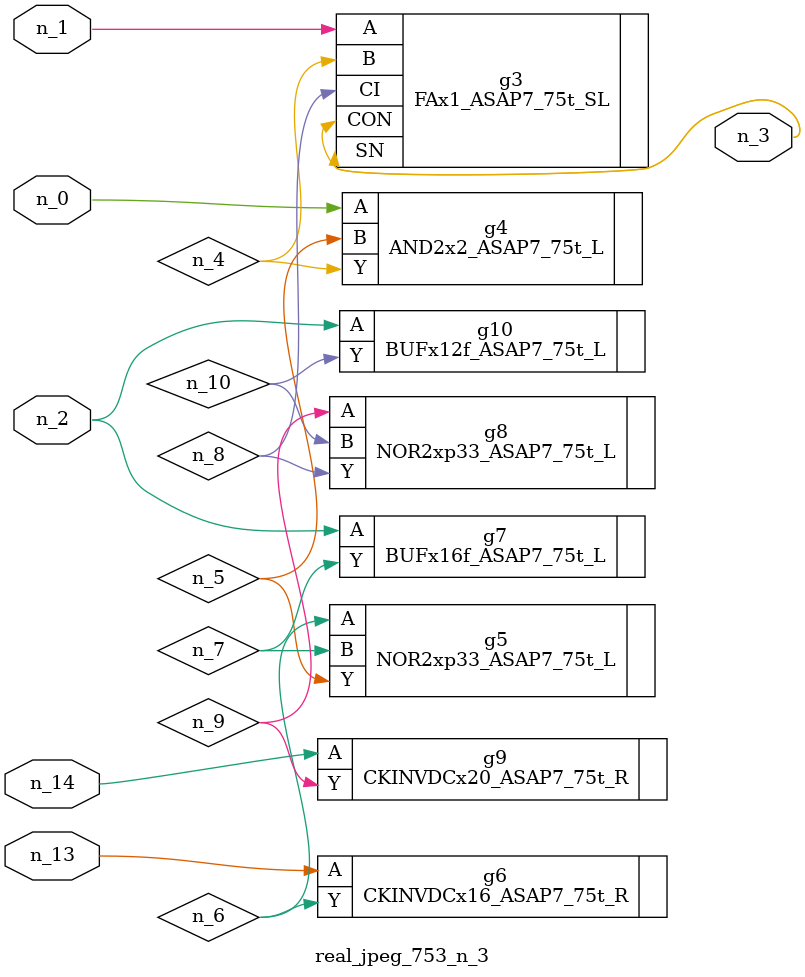
<source format=v>
module real_jpeg_753_n_3 (n_0, n_1, n_14, n_2, n_13, n_3);

input n_0;
input n_1;
input n_14;
input n_2;
input n_13;

output n_3;

wire n_5;
wire n_8;
wire n_4;
wire n_6;
wire n_7;
wire n_10;
wire n_9;

AND2x2_ASAP7_75t_L g4 ( 
.A(n_0),
.B(n_5),
.Y(n_4)
);

FAx1_ASAP7_75t_SL g3 ( 
.A(n_1),
.B(n_4),
.CI(n_8),
.CON(n_3),
.SN(n_3)
);

BUFx16f_ASAP7_75t_L g7 ( 
.A(n_2),
.Y(n_7)
);

BUFx12f_ASAP7_75t_L g10 ( 
.A(n_2),
.Y(n_10)
);

NOR2xp33_ASAP7_75t_L g5 ( 
.A(n_6),
.B(n_7),
.Y(n_5)
);

NOR2xp33_ASAP7_75t_L g8 ( 
.A(n_9),
.B(n_10),
.Y(n_8)
);

CKINVDCx16_ASAP7_75t_R g6 ( 
.A(n_13),
.Y(n_6)
);

CKINVDCx20_ASAP7_75t_R g9 ( 
.A(n_14),
.Y(n_9)
);


endmodule
</source>
